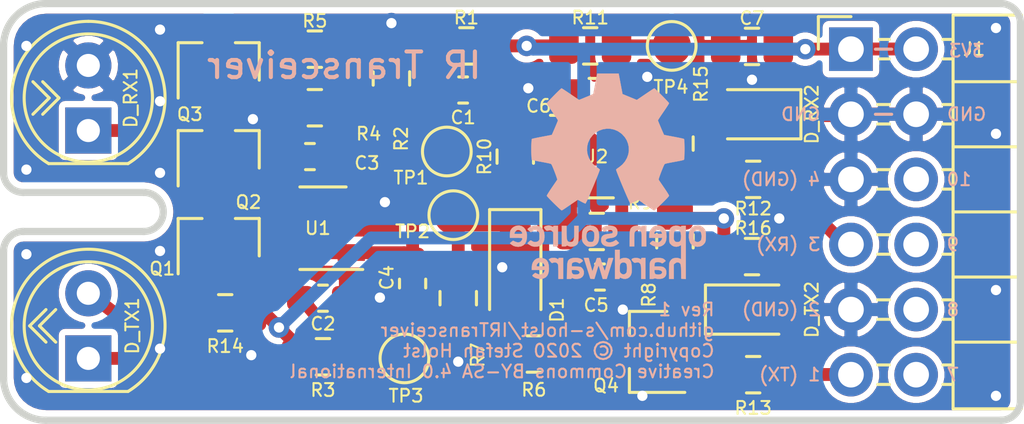
<source format=kicad_pcb>
(kicad_pcb (version 20171130) (host pcbnew "(5.1.5-0-10_14)")
  (layers (0 F.Cu signal hide) (31 B.Cu signal hide) (34 B.Paste user hide) (35 F.Paste user) (36 B.SilkS user hide) (37 F.SilkS user) (38 B.Mask user hide) (39 F.Mask user) (44 Edge.Cuts user))
  (net 0 "")
  (net 1 "Net-(C1-Pad2)")
  (net 2 GND)
  (net 3 "Net-(C2-Pad2)")
  (net 4 "Net-(C3-Pad1)")
  (net 5 "Net-(C3-Pad2)")
  (net 6 "Net-(C4-Pad1)")
  (net 7 "Net-(C5-Pad1)")
  (net 8 "Net-(C6-Pad2)")
  (net 9 +3V3)
  (net 10 /TX)
  (net 11 "Net-(J1-Pad8)")
  (net 12 /RX)
  (net 13 "Net-(Q1-Pad3)")
  (net 14 "Net-(Q2-Pad3)")
  (net 15 "Net-(Q3-Pad3)")
  (net 16 "Net-(Q4-Pad1)")
  (net 17 "Net-(R10-Pad2)")
  (net 18 "Net-(J1-Pad10)")
  (net 19 "Net-(J1-Pad12)")
  (net 20 "Net-(J1-Pad6)")
  (net 21 "Net-(D1-Pad1)")
  (net 22 "Net-(D_TX1-Pad2)")
  (net 23 "Net-(D_RX2-Pad2)")
  (net 24 "Net-(D_TX1-Pad1)")
  (net 25 "Net-(D_TX2-Pad2)")
  (module Symbol:OSHW-Logo_7.5x8mm_SilkScreen (layer B.Cu) (at 197.2945 86.36 180)
    (fp_text reference LOGO1 hide)
    (fp_text value Logo_Open_Hardware_Small hide)
  )
  (module LED_THT:LED_D5.0mm_IRGrey (layer F.Cu) (at 177.038 93.472 90)
    (fp_text reference D_TX1 (at 1.27 1.7145 90) (layer F.SilkS) (effects (font (size 0.5 0.5) (thickness 0.08))))
    (fp_text value SFH4550)
    (pad 2 thru_hole circle (at 2.54 0 90) (size 1.8 1.8) (drill 0.9) (layers *.Cu *.Mask) (net 22 "Net-(D_TX1-Pad2)"))
    (pad 1 thru_hole rect (at 0 0 90) (size 1.8 1.8) (drill 0.9) (layers *.Cu *.Mask) (net 24 "Net-(D_TX1-Pad1)"))
  )
  (module LED_THT:LED_D5.0mm_IRBlack (layer F.Cu) (at 177.038 84.582 90)
    (fp_text reference D_RX1 (at 1.27 1.651 90) (layer F.SilkS) (effects (font (size 0.5 0.5) (thickness 0.08))))
    (fp_text value SFH213FA)
    (pad 2 thru_hole circle (at 2.54 0 90) (size 1.8 1.8) (drill 0.9) (layers *.Cu *.Mask) (net 2 GND))
    (pad 1 thru_hole rect (at 0 0 90) (size 1.8 1.8) (drill 0.9) (layers *.Cu *.Mask) (net 5 "Net-(C3-Pad2)"))
  )
  (module Capacitor_SMD:C_0603_1608Metric_Pad1.05x0.95mm_HandSolder (layer F.Cu) (at 191.643 83 180)
    (fp_text reference C1 (at 0 -1.074) (layer F.SilkS) (effects (font (size 0.5 0.5) (thickness 0.08))))
    (fp_text value 100n)
    (pad 2 smd roundrect (at 0.875 0 180) (size 1.05 0.95) (layers F.Cu F.Paste F.Mask) (net 1 "Net-(C1-Pad2)"))
    (pad 1 smd roundrect (at -0.875 0 180) (size 1.05 0.95) (layers F.Cu F.Paste F.Mask) (net 2 GND))
  )
  (module Capacitor_SMD:C_0603_1608Metric_Pad1.05x0.95mm_HandSolder (layer F.Cu) (at 186.182 91.1225 180)
    (fp_text reference C2 (at 0 -1) (layer F.SilkS) (effects (font (size 0.5 0.5) (thickness 0.08))))
    (fp_text value 100n)
    (pad 2 smd roundrect (at 0.875 0 180) (size 1.05 0.95) (layers F.Cu F.Paste F.Mask) (net 3 "Net-(C2-Pad2)"))
    (pad 1 smd roundrect (at -0.875 0 180) (size 1.05 0.95) (layers F.Cu F.Paste F.Mask) (net 2 GND))
  )
  (module Capacitor_SMD:C_0603_1608Metric_Pad1.05x0.95mm_HandSolder (layer F.Cu) (at 185.674 85.598 180)
    (fp_text reference C3 (at -2.2225 -0.254) (layer F.SilkS) (effects (font (size 0.5 0.5) (thickness 0.08))))
    (fp_text value 2p2)
    (pad 1 smd roundrect (at -0.875 0 180) (size 1.05 0.95) (layers F.Cu F.Paste F.Mask) (net 4 "Net-(C3-Pad1)"))
    (pad 2 smd roundrect (at 0.875 0 180) (size 1.05 0.95) (layers F.Cu F.Paste F.Mask) (net 5 "Net-(C3-Pad2)"))
  )
  (module Capacitor_SMD:C_0603_1608Metric_Pad1.05x0.95mm_HandSolder (layer F.Cu) (at 189.6745 90.551 90)
    (fp_text reference C4 (at 0.23 -1.005 90) (layer F.SilkS) (effects (font (size 0.5 0.5) (thickness 0.08))))
    (fp_text value 100n)
    (pad 2 smd roundrect (at 0.875 0 90) (size 1.05 0.95) (layers F.Cu F.Paste F.Mask) (net 4 "Net-(C3-Pad1)"))
    (pad 1 smd roundrect (at -0.875 0 90) (size 1.05 0.95) (layers F.Cu F.Paste F.Mask) (net 6 "Net-(C4-Pad1)"))
  )
  (module Capacitor_SMD:C_0603_1608Metric_Pad1.05x0.95mm_HandSolder (layer F.Cu) (at 196.977 90.297 180)
    (fp_text reference C5 (at 0.15 -1.1) (layer F.SilkS) (effects (font (size 0.5 0.5) (thickness 0.08))))
    (fp_text value 100n)
    (pad 1 smd roundrect (at -0.875 0 180) (size 1.05 0.95) (layers F.Cu F.Paste F.Mask) (net 7 "Net-(C5-Pad1)"))
    (pad 2 smd roundrect (at 0.875 0 180) (size 1.05 0.95) (layers F.Cu F.Paste F.Mask) (net 2 GND))
  )
  (module Capacitor_SMD:C_0603_1608Metric_Pad1.05x0.95mm_HandSolder (layer F.Cu) (at 196.723 83.058)
    (fp_text reference C6 (at -2.136 0.566) (layer F.SilkS) (effects (font (size 0.5 0.5) (thickness 0.08))))
    (fp_text value 100n)
    (pad 1 smd roundrect (at -0.875 0) (size 1.05 0.95) (layers F.Cu F.Paste F.Mask) (net 2 GND))
    (pad 2 smd roundrect (at 0.875 0) (size 1.05 0.95) (layers F.Cu F.Paste F.Mask) (net 8 "Net-(C6-Pad2)"))
  )
  (module Capacitor_SMD:C_0805_2012Metric_Pad1.15x1.40mm_HandSolder (layer F.Cu) (at 202.9 81.3)
    (fp_text reference C7 (at 0 -1.0995) (layer F.SilkS) (effects (font (size 0.5 0.5) (thickness 0.08))))
    (fp_text value 10u)
    (pad 1 smd roundrect (at -1.025 0) (size 1.15 1.4) (layers F.Cu F.Paste F.Mask) (roundrect_rratio 0.217391) (net 2 GND))
    (pad 2 smd roundrect (at 1.025 0) (size 1.15 1.4) (layers F.Cu F.Paste F.Mask) (roundrect_rratio 0.217391) (net 9 +3V3))
  )
  (module Diode_SMD:D_SOD-123 (layer F.Cu) (at 193.675 89.916 270)
    (fp_text reference D1 (at 1.667 -1.626 90) (layer F.SilkS) (effects (font (size 0.5 0.5) (thickness 0.08))))
    (fp_text value MBR0520)
    (pad 1 smd rect (at -1.65 0 270) (size 0.9 1.2) (layers F.Cu F.Paste F.Mask) (net 21 "Net-(D1-Pad1)"))
    (pad 2 smd rect (at 1.65 0 270) (size 0.9 1.2) (layers F.Cu F.Paste F.Mask) (net 2 GND))
  )
  (module LED_SMD:LED_0805_2012Metric_Pad1.15x1.40mm_HandSolder (layer F.Cu) (at 202.946 83.947 180)
    (fp_text reference D_RX2 (at -2.286 0 90) (layer F.SilkS) (effects (font (size 0.5 0.5) (thickness 0.08))))
    (fp_text value "LED YELLOW")
    (pad 2 smd roundrect (at 1.025 0 180) (size 1.15 1.4) (layers F.Cu F.Paste F.Mask) (roundrect_rratio 0.217391) (net 23 "Net-(D_RX2-Pad2)"))
    (pad 1 smd roundrect (at -1.025 0 180) (size 1.15 1.4) (layers F.Cu F.Paste F.Mask) (roundrect_rratio 0.217391) (net 2 GND))
  )
  (module LED_SMD:LED_0805_2012Metric_Pad1.15x1.40mm_HandSolder (layer F.Cu) (at 202.946 91.567)
    (fp_text reference D_TX2 (at 2.286 0 270) (layer F.SilkS) (effects (font (size 0.5 0.5) (thickness 0.08))))
    (fp_text value "LED BL")
    (pad 1 smd roundrect (at -1.025 0) (size 1.15 1.4) (layers F.Cu F.Paste F.Mask) (roundrect_rratio 0.217391) (net 24 "Net-(D_TX1-Pad1)"))
    (pad 2 smd roundrect (at 1.025 0) (size 1.15 1.4) (layers F.Cu F.Paste F.Mask) (roundrect_rratio 0.217391) (net 25 "Net-(D_TX2-Pad2)"))
  )
  (module Connector_PinHeader_2.54mm:PinHeader_2x06_P2.54mm_Horizontal (layer F.Cu) (at 206.756 81.407)
    (fp_text reference J1 (at 4.8 0) (layer F.SilkS) (effects (font (size 0.5 0.5) (thickness 0.08))))
    (fp_text value Conn_02x06_Top_Bottom)
    (pad 1 thru_hole rect (at 0 0) (size 1.7 1.7) (drill 1) (layers *.Cu *.Mask) (net 9 +3V3))
    (pad 2 thru_hole oval (at 2.54 0) (size 1.7 1.7) (drill 1) (layers *.Cu *.Mask) (net 9 +3V3))
    (pad 3 thru_hole oval (at 0 2.54) (size 1.7 1.7) (drill 1) (layers *.Cu *.Mask) (net 2 GND))
    (pad 4 thru_hole oval (at 2.54 2.54) (size 1.7 1.7) (drill 1) (layers *.Cu *.Mask) (net 2 GND))
    (pad 5 thru_hole oval (at 0 5.08) (size 1.7 1.7) (drill 1) (layers *.Cu *.Mask) (net 2 GND))
    (pad 6 thru_hole oval (at 2.54 5.08) (size 1.7 1.7) (drill 1) (layers *.Cu *.Mask) (net 20 "Net-(J1-Pad6)"))
    (pad 7 thru_hole oval (at 0 7.62) (size 1.7 1.7) (drill 1) (layers *.Cu *.Mask) (net 12 /RX))
    (pad 8 thru_hole oval (at 2.54 7.62) (size 1.7 1.7) (drill 1) (layers *.Cu *.Mask) (net 11 "Net-(J1-Pad8)"))
    (pad 9 thru_hole oval (at 0 10.16) (size 1.7 1.7) (drill 1) (layers *.Cu *.Mask) (net 2 GND))
    (pad 10 thru_hole oval (at 2.54 10.16) (size 1.7 1.7) (drill 1) (layers *.Cu *.Mask) (net 18 "Net-(J1-Pad10)"))
    (pad 11 thru_hole oval (at 0 12.7) (size 1.7 1.7) (drill 1) (layers *.Cu *.Mask) (net 10 /TX))
    (pad 12 thru_hole oval (at 2.54 12.7) (size 1.7 1.7) (drill 1) (layers *.Cu *.Mask) (net 19 "Net-(J1-Pad12)"))
  )
  (module Package_TO_SOT_SMD:SOT-23 (layer F.Cu) (at 182.118 88.773 90)
    (fp_text reference Q1 (at -1.2 -2.2 180) (layer F.SilkS) (effects (font (size 0.5 0.5) (thickness 0.08))))
    (fp_text value MMBF4117)
    (pad 3 smd rect (at 1 0 90) (size 0.9 0.8) (layers F.Cu F.Paste F.Mask) (net 13 "Net-(Q1-Pad3)"))
    (pad 2 smd rect (at -1 0.95 90) (size 0.9 0.8) (layers F.Cu F.Paste F.Mask) (net 5 "Net-(C3-Pad2)"))
    (pad 1 smd rect (at -1 -0.95 90) (size 0.9 0.8) (layers F.Cu F.Paste F.Mask) (net 5 "Net-(C3-Pad2)"))
  )
  (module Package_TO_SOT_SMD:SOT-23 (layer F.Cu) (at 182.118 85.344 90)
    (fp_text reference Q2 (at -2.032 1.161 180) (layer F.SilkS) (effects (font (size 0.5 0.5) (thickness 0.08))))
    (fp_text value MMBF4117)
    (pad 1 smd rect (at -1 -0.95 90) (size 0.9 0.8) (layers F.Cu F.Paste F.Mask) (net 13 "Net-(Q1-Pad3)"))
    (pad 2 smd rect (at -1 0.95 90) (size 0.9 0.8) (layers F.Cu F.Paste F.Mask) (net 13 "Net-(Q1-Pad3)"))
    (pad 3 smd rect (at 1 0 90) (size 0.9 0.8) (layers F.Cu F.Paste F.Mask) (net 14 "Net-(Q2-Pad3)"))
  )
  (module Package_TO_SOT_SMD:SOT-23 (layer F.Cu) (at 182.118 81.915 90)
    (fp_text reference Q3 (at -2.032 -1.125 180) (layer F.SilkS) (effects (font (size 0.5 0.5) (thickness 0.08))))
    (fp_text value MMBF4117)
    (pad 3 smd rect (at 1 0 90) (size 0.9 0.8) (layers F.Cu F.Paste F.Mask) (net 15 "Net-(Q3-Pad3)"))
    (pad 2 smd rect (at -1 0.95 90) (size 0.9 0.8) (layers F.Cu F.Paste F.Mask) (net 14 "Net-(Q2-Pad3)"))
    (pad 1 smd rect (at -1 -0.95 90) (size 0.9 0.8) (layers F.Cu F.Paste F.Mask) (net 14 "Net-(Q2-Pad3)"))
  )
  (module Package_TO_SOT_SMD:SOT-23 (layer F.Cu) (at 198.882 93.218 180)
    (fp_text reference Q4 (at 1.669 -1.315) (layer F.SilkS) (effects (font (size 0.5 0.5) (thickness 0.08))))
    (fp_text value ZVN3306F)
    (pad 1 smd rect (at -1 -0.95 180) (size 0.9 0.8) (layers F.Cu F.Paste F.Mask) (net 16 "Net-(Q4-Pad1)"))
    (pad 2 smd rect (at -1 0.95 180) (size 0.9 0.8) (layers F.Cu F.Paste F.Mask) (net 2 GND))
    (pad 3 smd rect (at 1 0 180) (size 0.9 0.8) (layers F.Cu F.Paste F.Mask) (net 24 "Net-(D_TX1-Pad1)"))
  )
  (module Resistor_SMD:R_0805_2012Metric_Pad1.15x1.40mm_HandSolder (layer F.Cu) (at 191.77 81.28)
    (fp_text reference R1 (at 0 -1.1) (layer F.SilkS) (effects (font (size 0.5 0.5) (thickness 0.08))))
    (fp_text value 330k)
    (pad 1 smd roundrect (at -1.025 0) (size 1.15 1.4) (layers F.Cu F.Paste F.Mask) (roundrect_rratio 0.217391) (net 1 "Net-(C1-Pad2)"))
    (pad 2 smd roundrect (at 1.025 0) (size 1.15 1.4) (layers F.Cu F.Paste F.Mask) (roundrect_rratio 0.217391) (net 9 +3V3))
  )
  (module Resistor_SMD:R_0805_2012Metric_Pad1.15x1.40mm_HandSolder (layer F.Cu) (at 188.849 82.55 270)
    (fp_text reference R2 (at 2.355 -0.381 90) (layer F.SilkS) (effects (font (size 0.5 0.5) (thickness 0.08))))
    (fp_text value 22k)
    (pad 2 smd roundrect (at 1.025 0 270) (size 1.15 1.4) (layers F.Cu F.Paste F.Mask) (roundrect_rratio 0.217391) (net 1 "Net-(C1-Pad2)"))
    (pad 1 smd roundrect (at -1.025 0 270) (size 1.15 1.4) (layers F.Cu F.Paste F.Mask) (roundrect_rratio 0.217391) (net 2 GND))
  )
  (module Resistor_SMD:R_0805_2012Metric_Pad1.15x1.40mm_HandSolder (layer F.Cu) (at 186.182 93.4085 180)
    (fp_text reference R3 (at 0 -1.3) (layer F.SilkS) (effects (font (size 0.5 0.5) (thickness 0.08))))
    (fp_text value 10)
    (pad 2 smd roundrect (at 1.025 0 180) (size 1.15 1.4) (layers F.Cu F.Paste F.Mask) (roundrect_rratio 0.217391) (net 9 +3V3))
    (pad 1 smd roundrect (at -1.025 0 180) (size 1.15 1.4) (layers F.Cu F.Paste F.Mask) (roundrect_rratio 0.217391) (net 3 "Net-(C2-Pad2)"))
  )
  (module Resistor_SMD:R_0805_2012Metric_Pad1.15x1.40mm_HandSolder (layer F.Cu) (at 185.8645 83.693 180)
    (fp_text reference R4 (at -2.0955 -1.016) (layer F.SilkS) (effects (font (size 0.5 0.5) (thickness 0.08))))
    (fp_text value 1M)
    (pad 1 smd roundrect (at -1.025 0 180) (size 1.15 1.4) (layers F.Cu F.Paste F.Mask) (roundrect_rratio 0.217391) (net 4 "Net-(C3-Pad1)"))
    (pad 2 smd roundrect (at 1.025 0 180) (size 1.15 1.4) (layers F.Cu F.Paste F.Mask) (roundrect_rratio 0.217391) (net 5 "Net-(C3-Pad2)"))
  )
  (module Resistor_SMD:R_0805_2012Metric_Pad1.15x1.40mm_HandSolder (layer F.Cu) (at 185.8645 81.407 180)
    (fp_text reference R5 (at 0 1.1) (layer F.SilkS) (effects (font (size 0.5 0.5) (thickness 0.08))))
    (fp_text value 100)
    (pad 2 smd roundrect (at 1.025 0 180) (size 1.15 1.4) (layers F.Cu F.Paste F.Mask) (roundrect_rratio 0.217391) (net 15 "Net-(Q3-Pad3)"))
    (pad 1 smd roundrect (at -1.025 0 180) (size 1.15 1.4) (layers F.Cu F.Paste F.Mask) (roundrect_rratio 0.217391) (net 4 "Net-(C3-Pad1)"))
  )
  (module Resistor_SMD:R_0805_2012Metric_Pad1.15x1.40mm_HandSolder (layer F.Cu) (at 194.4 93.3 180)
    (fp_text reference R6 (at 0 -1.4) (layer F.SilkS) (effects (font (size 0.5 0.5) (thickness 0.08))))
    (fp_text value 5k6)
    (pad 1 smd roundrect (at -1.025 0 180) (size 1.15 1.4) (layers F.Cu F.Paste F.Mask) (roundrect_rratio 0.217391) (net 2 GND))
    (pad 2 smd roundrect (at 1.025 0 180) (size 1.15 1.4) (layers F.Cu F.Paste F.Mask) (roundrect_rratio 0.217391) (net 6 "Net-(C4-Pad1)"))
  )
  (module Resistor_SMD:R_0805_2012Metric_Pad1.15x1.40mm_HandSolder (layer F.Cu) (at 191.4525 91.1225 270)
    (fp_text reference R7 (at 2.2225 -0.762 90) (layer F.SilkS) (effects (font (size 0.5 0.5) (thickness 0.08))))
    (fp_text value 5k6)
    (pad 1 smd roundrect (at -1.025 0 270) (size 1.15 1.4) (layers F.Cu F.Paste F.Mask) (roundrect_rratio 0.217391) (net 21 "Net-(D1-Pad1)"))
    (pad 2 smd roundrect (at 1.025 0 270) (size 1.15 1.4) (layers F.Cu F.Paste F.Mask) (roundrect_rratio 0.217391) (net 6 "Net-(C4-Pad1)"))
  )
  (module Resistor_SMD:R_0805_2012Metric_Pad1.15x1.40mm_HandSolder (layer F.Cu) (at 199.898 88.9 90)
    (fp_text reference R8 (at -2.0955 -1.016 90) (layer F.SilkS) (effects (font (size 0.5 0.5) (thickness 0.08))))
    (fp_text value 680k)
    (pad 1 smd roundrect (at -1.025 0 90) (size 1.15 1.4) (layers F.Cu F.Paste F.Mask) (roundrect_rratio 0.217391) (net 7 "Net-(C5-Pad1)"))
    (pad 2 smd roundrect (at 1.025 0 90) (size 1.15 1.4) (layers F.Cu F.Paste F.Mask) (roundrect_rratio 0.217391) (net 9 +3V3))
  )
  (module Resistor_SMD:R_0805_2012Metric_Pad1.15x1.40mm_HandSolder (layer F.Cu) (at 196.85 88.519)
    (fp_text reference R9 (at 1.701 -1.124) (layer F.SilkS) (effects (font (size 0.5 0.5) (thickness 0.08))))
    (fp_text value 10k)
    (pad 2 smd roundrect (at 1.025 0) (size 1.15 1.4) (layers F.Cu F.Paste F.Mask) (roundrect_rratio 0.217391) (net 7 "Net-(C5-Pad1)"))
    (pad 1 smd roundrect (at -1.025 0) (size 1.15 1.4) (layers F.Cu F.Paste F.Mask) (roundrect_rratio 0.217391) (net 2 GND))
  )
  (module Resistor_SMD:R_0805_2012Metric_Pad1.15x1.40mm_HandSolder (layer F.Cu) (at 193.675 85.598 90)
    (fp_text reference R10 (at 0 -1.2 90) (layer F.SilkS) (effects (font (size 0.5 0.5) (thickness 0.08))))
    (fp_text value 680k)
    (pad 2 smd roundrect (at 1.025 0 90) (size 1.15 1.4) (layers F.Cu F.Paste F.Mask) (roundrect_rratio 0.217391) (net 17 "Net-(R10-Pad2)"))
    (pad 1 smd roundrect (at -1.025 0 90) (size 1.15 1.4) (layers F.Cu F.Paste F.Mask) (roundrect_rratio 0.217391) (net 21 "Net-(D1-Pad1)"))
  )
  (module Resistor_SMD:R_0805_2012Metric_Pad1.15x1.40mm_HandSolder (layer F.Cu) (at 196.596 81.28 180)
    (fp_text reference R11 (at 0 1.1) (layer F.SilkS) (effects (font (size 0.5 0.5) (thickness 0.08))))
    (fp_text value 10)
    (pad 2 smd roundrect (at 1.025 0 180) (size 1.15 1.4) (layers F.Cu F.Paste F.Mask) (roundrect_rratio 0.217391) (net 9 +3V3))
    (pad 1 smd roundrect (at -1.025 0 180) (size 1.15 1.4) (layers F.Cu F.Paste F.Mask) (roundrect_rratio 0.217391) (net 8 "Net-(C6-Pad2)"))
  )
  (module Resistor_SMD:R_0805_2012Metric_Pad1.15x1.40mm_HandSolder (layer F.Cu) (at 202.946 86.487)
    (fp_text reference R12 (at 0 1.143) (layer F.SilkS) (effects (font (size 0.5 0.5) (thickness 0.08))))
    (fp_text value 100)
    (pad 1 smd roundrect (at -1.025 0) (size 1.15 1.4) (layers F.Cu F.Paste F.Mask) (roundrect_rratio 0.217391) (net 17 "Net-(R10-Pad2)"))
    (pad 2 smd roundrect (at 1.025 0) (size 1.15 1.4) (layers F.Cu F.Paste F.Mask) (roundrect_rratio 0.217391) (net 12 /RX))
  )
  (module Resistor_SMD:R_0805_2012Metric_Pad1.15x1.40mm_HandSolder (layer F.Cu) (at 202.946 94.107 180)
    (fp_text reference R13 (at 0 -1.3) (layer F.SilkS) (effects (font (size 0.5 0.5) (thickness 0.08))))
    (fp_text value 100)
    (pad 1 smd roundrect (at -1.025 0 180) (size 1.15 1.4) (layers F.Cu F.Paste F.Mask) (roundrect_rratio 0.217391) (net 10 /TX))
    (pad 2 smd roundrect (at 1.025 0 180) (size 1.15 1.4) (layers F.Cu F.Paste F.Mask) (roundrect_rratio 0.217391) (net 16 "Net-(Q4-Pad1)"))
  )
  (module Resistor_SMD:R_0805_2012Metric_Pad1.15x1.40mm_HandSolder (layer F.Cu) (at 182.372 91.694)
    (fp_text reference R14 (at 0 1.3) (layer F.SilkS) (effects (font (size 0.5 0.5) (thickness 0.08))))
    (fp_text value 37)
    (pad 2 smd roundrect (at 1.025 0) (size 1.15 1.4) (layers F.Cu F.Paste F.Mask) (roundrect_rratio 0.217391) (net 9 +3V3))
    (pad 1 smd roundrect (at -1.025 0) (size 1.15 1.4) (layers F.Cu F.Paste F.Mask) (roundrect_rratio 0.217391) (net 22 "Net-(D_TX1-Pad2)"))
  )
  (module Resistor_SMD:R_0805_2012Metric_Pad1.15x1.40mm_HandSolder (layer F.Cu) (at 199.898 85.09 270)
    (fp_text reference R15 (at -2.323 -1.014 90) (layer F.SilkS) (effects (font (size 0.5 0.5) (thickness 0.08))))
    (fp_text value 2k2)
    (pad 1 smd roundrect (at -1.025 0 270) (size 1.15 1.4) (layers F.Cu F.Paste F.Mask) (roundrect_rratio 0.217391) (net 23 "Net-(D_RX2-Pad2)"))
    (pad 2 smd roundrect (at 1.025 0 270) (size 1.15 1.4) (layers F.Cu F.Paste F.Mask) (roundrect_rratio 0.217391) (net 17 "Net-(R10-Pad2)"))
  )
  (module Resistor_SMD:R_0805_2012Metric_Pad1.15x1.40mm_HandSolder (layer F.Cu) (at 202.9 89.5 180)
    (fp_text reference R16 (at -0.046 1.108) (layer F.SilkS) (effects (font (size 0.5 0.5) (thickness 0.08))))
    (fp_text value 2k2)
    (pad 2 smd roundrect (at 1.025 0 180) (size 1.15 1.4) (layers F.Cu F.Paste F.Mask) (roundrect_rratio 0.217391) (net 9 +3V3))
    (pad 1 smd roundrect (at -1.025 0 180) (size 1.15 1.4) (layers F.Cu F.Paste F.Mask) (roundrect_rratio 0.217391) (net 25 "Net-(D_TX2-Pad2)"))
  )
  (module TestPoint:TestPoint_Pad_D1.5mm (layer F.Cu) (at 189.357 93.472)
    (fp_text reference TP3 (at 0.0635 1.4605) (layer F.SilkS) (effects (font (size 0.5 0.5) (thickness 0.08))))
    (fp_text value TestPoint)
    (pad 1 smd circle (at 0 0) (size 1.5 1.5) (layers F.Cu F.Mask) (net 3 "Net-(C2-Pad2)"))
  )
  (module TestPoint:TestPoint_Pad_D1.5mm (layer F.Cu) (at 191.008 85.4)
    (fp_text reference TP1 (at -1.397 1.0235) (layer F.SilkS) (effects (font (size 0.5 0.5) (thickness 0.08))))
    (fp_text value TestPoint)
    (pad 1 smd circle (at 0 0) (size 1.5 1.5) (layers F.Cu F.Mask) (net 4 "Net-(C3-Pad1)"))
  )
  (module TestPoint:TestPoint_Pad_D1.5mm (layer F.Cu) (at 191.262 87.884)
    (fp_text reference TP2 (at -1.5875 0.635) (layer F.SilkS) (effects (font (size 0.5 0.5) (thickness 0.08))))
    (fp_text value TestPoint)
    (pad 1 smd circle (at 0 0) (size 1.5 1.5) (layers F.Cu F.Mask) (net 21 "Net-(D1-Pad1)"))
  )
  (module TestPoint:TestPoint_Pad_D1.5mm (layer F.Cu) (at 199.771 81.28)
    (fp_text reference TP4 (at -0.029 1.604) (layer F.SilkS) (effects (font (size 0.5 0.5) (thickness 0.08))))
    (fp_text value TestPoint)
    (pad 1 smd circle (at 0 0) (size 1.5 1.5) (layers F.Cu F.Mask) (net 8 "Net-(C6-Pad2)"))
  )
  (module Package_TO_SOT_SMD:SOT-23-5 (layer F.Cu) (at 186.182 88.392 180)
    (fp_text reference U1 (at 0.2 0) (layer F.SilkS) (effects (font (size 0.5 0.5) (thickness 0.08))))
    (fp_text value TSV911ILT)
    (pad 1 smd rect (at -1.1 -0.95 180) (size 1.06 0.65) (layers F.Cu F.Paste F.Mask) (net 4 "Net-(C3-Pad1)"))
    (pad 2 smd rect (at -1.1 0 180) (size 1.06 0.65) (layers F.Cu F.Paste F.Mask) (net 2 GND))
    (pad 3 smd rect (at -1.1 0.95 180) (size 1.06 0.65) (layers F.Cu F.Paste F.Mask) (net 1 "Net-(C1-Pad2)"))
    (pad 4 smd rect (at 1.1 0.95 180) (size 1.06 0.65) (layers F.Cu F.Paste F.Mask) (net 5 "Net-(C3-Pad2)"))
    (pad 5 smd rect (at 1.1 -0.95 180) (size 1.06 0.65) (layers F.Cu F.Paste F.Mask) (net 3 "Net-(C2-Pad2)"))
  )
  (module Package_TO_SOT_SMD:SOT-23-5 (layer F.Cu) (at 196.596 85.598)
    (fp_text reference U2 (at 0.2 0) (layer F.SilkS) (effects (font (size 0.5 0.5) (thickness 0.08))))
    (fp_text value TLV3201)
    (pad 5 smd rect (at 1.1 -0.95) (size 1.06 0.65) (layers F.Cu F.Paste F.Mask) (net 8 "Net-(C6-Pad2)"))
    (pad 4 smd rect (at 1.1 0.95) (size 1.06 0.65) (layers F.Cu F.Paste F.Mask) (net 7 "Net-(C5-Pad1)"))
    (pad 3 smd rect (at -1.1 0.95) (size 1.06 0.65) (layers F.Cu F.Paste F.Mask) (net 21 "Net-(D1-Pad1)"))
    (pad 2 smd rect (at -1.1 0) (size 1.06 0.65) (layers F.Cu F.Paste F.Mask) (net 2 GND))
    (pad 1 smd rect (at -1.1 -0.95) (size 1.06 0.65) (layers F.Cu F.Paste F.Mask) (net 17 "Net-(R10-Pad2)"))
  )
  (gr_text 10 (at 210.439 86.487) (layer B.SilkS) (effects (font (size 0.5 0.5) (thickness 0.08)) (justify right mirror)))
  (gr_text 9 (at 210.439 89.027) (layer B.SilkS) (effects (font (size 0.5 0.5) (thickness 0.08)) (justify right mirror)))
  (gr_text 8 (at 210.439 91.567) (layer B.SilkS) (effects (font (size 0.5 0.5) (thickness 0.08)) (justify right mirror)))
  (gr_text 7 (at 210.439 94.107) (layer B.SilkS) (effects (font (size 0.5 0.5) (thickness 0.08)) (justify right mirror)))
  (gr_text GND (at 205.613 83.947) (layer B.SilkS) (effects (font (size 0.5 0.5) (thickness 0.08)) (justify left mirror)))
  (gr_text "4 (GND)" (at 205.613 86.487) (layer B.SilkS) (effects (font (size 0.5 0.5) (thickness 0.08)) (justify left mirror)))
  (gr_text "3 (RX)" (at 205.613 89.027) (layer B.SilkS) (effects (font (size 0.5 0.5) (thickness 0.08)) (justify left mirror)))
  (gr_text "2 (GND)" (at 205.613 91.567) (layer B.SilkS) (effects (font (size 0.5 0.5) (thickness 0.08)) (justify left mirror)))
  (gr_text "1 (TX)" (at 205.613 94.107) (layer B.SilkS) (effects (font (size 0.5 0.5) (thickness 0.08)) (justify left mirror)))
  (gr_line (start 208.3435 83.947) (end 207.7085 83.947) (layer B.SilkS) (width 0.12))
  (gr_line (start 208.3435 81.407) (end 207.7085 81.407) (layer B.SilkS) (width 0.12))
  (gr_text GND (at 211.2645 83.947) (layer B.SilkS) (effects (font (size 0.5 0.5) (thickness 0.08)) (justify mirror)))
  (gr_text 3V3 (at 211.2645 81.4705) (layer B.SilkS) (effects (font (size 0.5 0.5) (thickness 0.08)) (justify mirror)))
  (gr_text "IR Transceiver" (at 187.0075 82.042) (layer B.SilkS) (effects (font (size 1 1) (thickness 0.16)) (justify mirror)))
  (gr_text "Rev 1\ngithub.com/s-holst/IRTransceiver\nCopyright © 2020 Stefan Holst\nCreative Commons BY-SA 4.0 International" (at 201.4855 92.7735) (layer B.SilkS) (effects (font (size 0.5 0.5) (thickness 0.08)) (justify left mirror)))
  (gr_line (start 174.879 83.947) (end 175.514 83.312) (layer F.SilkS) (width 0.12))
  (gr_line (start 175.514 83.312) (end 174.879 82.677) (layer F.SilkS) (width 0.12))
  (gr_line (start 175.895 83.312) (end 175.26 82.677) (layer F.SilkS) (width 0.12))
  (gr_line (start 175.26 83.947) (end 175.895 83.312) (layer F.SilkS) (width 0.12))
  (gr_line (start 175.133 92.202) (end 175.768 92.837) (layer F.SilkS) (width 0.12))
  (gr_line (start 175.768 91.567) (end 175.133 92.202) (layer F.SilkS) (width 0.12))
  (gr_line (start 174.752 92.202) (end 175.387 92.837) (layer F.SilkS) (width 0.12))
  (gr_line (start 175.387 91.567) (end 174.752 92.202) (layer F.SilkS) (width 0.12))
  (gr_arc (start 212.598 95.123) (end 212.598 95.885) (angle -90) (layer Edge.Cuts) (width 0.28))
  (gr_arc (start 212.598 80.391) (end 213.36 80.391) (angle -90) (layer Edge.Cuts) (width 0.28))
  (gr_line (start 173.736 94.234) (end 173.736 89.281) (layer Edge.Cuts) (width 0.28))
  (gr_arc (start 174.498 89.281) (end 174.498 88.519) (angle -90) (layer Edge.Cuts) (width 0.28))
  (gr_arc (start 174.498 86.233) (end 173.736 86.233) (angle -90) (layer Edge.Cuts) (width 0.28))
  (gr_arc (start 179.197 87.757) (end 179.197 88.519) (angle -180) (layer Edge.Cuts) (width 0.28))
  (gr_line (start 179.197 88.519) (end 174.498 88.519) (layer Edge.Cuts) (width 0.28))
  (gr_line (start 179.197 86.995) (end 174.498 86.995) (layer Edge.Cuts) (width 0.28))
  (gr_arc (start 175.387 81.28) (end 175.387 79.629) (angle -90) (layer Edge.Cuts) (width 0.28))
  (gr_arc (start 175.387 94.234) (end 173.736 94.234) (angle -90) (layer Edge.Cuts) (width 0.28))
  (gr_line (start 175.387 79.629) (end 212.598 79.629) (layer Edge.Cuts) (width 0.28))
  (gr_line (start 173.736 86.233) (end 173.736 81.28) (layer Edge.Cuts) (width 0.28))
  (gr_line (start 212.598 95.885) (end 175.387 95.885) (layer Edge.Cuts) (width 0.28))
  (gr_line (start 213.36 80.391) (end 213.36 95.123) (layer Edge.Cuts) (width 0.28))
  (segment (start 190.745 82.977) (end 190.768 83) (width 0.5) (layer F.Cu) (net 1))
  (segment (start 190.745 81.2) (end 190.745 82.977) (width 0.5) (layer F.Cu) (net 1))
  (segment (start 190.643 83.125) (end 190.768 83) (width 0.5) (layer F.Cu) (net 1))
  (segment (start 188.849 83.2485) (end 190.643 83.2485) (width 0.5) (layer F.Cu) (net 1))
  (segment (start 188.849 83.7) (end 187.579 84.97) (width 0.5) (layer F.Cu) (net 1))
  (segment (start 187.3 86.625) (end 187.3 87.45) (width 0.5) (layer F.Cu) (net 1))
  (segment (start 187.579 86.346) (end 187.3 86.625) (width 0.5) (layer F.Cu) (net 1))
  (segment (start 187.579 84.97) (end 187.579 86.346) (width 0.5) (layer F.Cu) (net 1))
  (segment (start 201.875 81.3) (end 201.875 81.95) (width 0.5) (layer F.Cu) (net 2))
  (segment (start 206.64 84) (end 206.7 83.94) (width 0.5) (layer F.Cu) (net 2))
  (segment (start 203.925 84) (end 206.64 84) (width 0.5) (layer F.Cu) (net 2))
  (segment (start 206.7 83.94) (end 209.24 83.94) (width 0.5) (layer F.Cu) (net 2))
  (segment (start 196.125 88.85) (end 195.775 88.5) (width 0.5) (layer F.Cu) (net 2))
  (segment (start 196.125 90.3) (end 196.125 88.85) (width 0.5) (layer F.Cu) (net 2))
  (via (at 197.866 91.567) (size 0.8) (drill 0.4) (layers F.Cu B.Cu) (net 2))
  (via (at 202.9 82.6) (size 0.8) (drill 0.4) (layers F.Cu B.Cu) (net 2))
  (segment (start 187.075 91.1) (end 188.4 91.1) (width 0.5) (layer F.Cu) (net 2))
  (segment (start 188.4 91.1) (end 188.4 91.1) (width 0.5) (layer F.Cu) (net 2))
  (via (at 188.4 91.1) (size 0.8) (drill 0.4) (layers F.Cu B.Cu) (net 2))
  (via (at 188.595 87.376) (size 0.8) (drill 0.4) (layers F.Cu B.Cu) (net 2))
  (via (at 194.183 82.931) (size 0.8) (drill 0.4) (layers F.Cu B.Cu) (net 2))
  (via (at 193.167 89.916) (size 0.8) (drill 0.4) (layers F.Cu B.Cu) (net 2))
  (via (at 203.962 88.011) (size 0.8) (drill 0.4) (layers F.Cu B.Cu) (net 2))
  (via (at 183.4515 84.1375) (size 0.8) (drill 0.4) (layers F.Cu B.Cu) (net 2))
  (via (at 198.628 94.9325) (size 0.8) (drill 0.4) (layers F.Cu B.Cu) (net 2))
  (via (at 179.832 89.281) (size 0.8) (drill 0.4) (layers F.Cu B.Cu) (net 2))
  (via (at 179.832 80.645) (size 0.8) (drill 0.4) (layers F.Cu B.Cu) (net 2))
  (via (at 183.388 93.345) (size 0.8) (drill 0.4) (layers F.Cu B.Cu) (net 2))
  (via (at 191.4525 93.599) (size 0.8) (drill 0.4) (layers F.Cu B.Cu) (net 2))
  (via (at 179.832 83.439) (size 0.8) (drill 0.4) (layers F.Cu B.Cu) (net 2))
  (via (at 179.832 86.233) (size 0.8) (drill 0.4) (layers F.Cu B.Cu) (net 2))
  (via (at 179.832 93.091) (size 0.8) (drill 0.4) (layers F.Cu B.Cu) (net 2))
  (via (at 198.8185 82.4865) (size 0.8) (drill 0.4) (layers F.Cu B.Cu) (net 2))
  (via (at 188.849 80.391) (size 0.8) (drill 0.4) (layers F.Cu B.Cu) (net 2))
  (via (at 174.625 86.106) (size 0.8) (drill 0.4) (layers F.Cu B.Cu) (net 2))
  (via (at 174.625 89.408) (size 0.8) (drill 0.4) (layers F.Cu B.Cu) (net 2))
  (via (at 174.625 81.28) (size 0.8) (drill 0.4) (layers F.Cu B.Cu) (net 2))
  (via (at 174.625 94.234) (size 0.8) (drill 0.4) (layers F.Cu B.Cu) (net 2))
  (via (at 212.4075 94.9325) (size 0.8) (drill 0.4) (layers F.Cu B.Cu) (net 2))
  (via (at 212.4075 80.5815) (size 0.8) (drill 0.4) (layers F.Cu B.Cu) (net 2))
  (via (at 212.4075 90.805) (size 0.8) (drill 0.4) (layers F.Cu B.Cu) (net 2))
  (via (at 212.4075 84.709) (size 0.8) (drill 0.4) (layers F.Cu B.Cu) (net 2))
  (segment (start 185.1 90.875) (end 185.325 91.1) (width 0.5) (layer F.Cu) (net 3))
  (segment (start 185.1 89.35) (end 185.1 90.875) (width 0.5) (layer F.Cu) (net 3))
  (segment (start 185.375 91.15) (end 185.325 91.1) (width 0.5) (layer F.Cu) (net 3))
  (segment (start 187.198 93.4) (end 189.073 93.4) (width 0.5) (layer F.Cu) (net 3))
  (segment (start 185.325 91.1) (end 187.207 93.4) (width 0.5) (layer F.Cu) (net 3))
  (segment (start 186.27 89.35) (end 186.2 89.28) (width 0.5) (layer F.Cu) (net 4))
  (segment (start 187.3 89.35) (end 186.27 89.35) (width 0.5) (layer F.Cu) (net 4))
  (segment (start 186.25 85.6) (end 186.775 85.6) (width 0.5) (layer F.Cu) (net 4))
  (segment (start 186.2 85.65) (end 186.25 85.6) (width 0.5) (layer F.Cu) (net 4))
  (segment (start 186.2 89.28) (end 186.2 85.65) (width 0.5) (layer F.Cu) (net 4))
  (segment (start 186.775 83.85) (end 186.925 83.7) (width 0.5) (layer F.Cu) (net 4))
  (segment (start 186.775 85.6) (end 186.775 83.85) (width 0.5) (layer F.Cu) (net 4))
  (segment (start 186.925 83.7) (end 186.925 81.4) (width 0.5) (layer F.Cu) (net 4))
  (segment (start 189.6745 86.6775) (end 191.008 85.4) (width 0.5) (layer F.Cu) (net 4))
  (segment (start 189.6745 89.676) (end 189.6745 86.6775) (width 0.5) (layer F.Cu) (net 4))
  (segment (start 189.3485 89.35) (end 189.6745 89.676) (width 0.5) (layer F.Cu) (net 4))
  (segment (start 187.3 89.35) (end 189.3485 89.35) (width 0.5) (layer F.Cu) (net 4))
  (segment (start 184.875 85.45) (end 185.025 85.6) (width 0.5) (layer F.Cu) (net 5))
  (segment (start 184.875 83.7) (end 184.875 85.45) (width 0.5) (layer F.Cu) (net 5))
  (segment (start 185.025 87.375) (end 185.1 87.45) (width 0.5) (layer F.Cu) (net 5))
  (segment (start 185.025 85.6) (end 185.025 87.375) (width 0.5) (layer F.Cu) (net 5))
  (segment (start 185.1 87.45) (end 183.05 89.773) (width 0.5) (layer F.Cu) (net 5))
  (segment (start 183.068 89.773) (end 181.168 89.773) (width 0.5) (layer F.Cu) (net 5))
  (segment (start 184.3 85.6) (end 184.825 85.6) (width 0.5) (layer F.Cu) (net 5))
  (segment (start 183.944001 85.244001) (end 184.3 85.6) (width 0.5) (layer F.Cu) (net 5))
  (segment (start 179.481001 85.244001) (end 183.944001 85.244001) (width 0.5) (layer F.Cu) (net 5))
  (segment (start 178.816 84.582) (end 179.481001 85.244001) (width 0.5) (layer F.Cu) (net 5))
  (segment (start 177.038 84.582) (end 178.816 84.582) (width 0.5) (layer F.Cu) (net 5))
  (segment (start 190.6675 91.3625) (end 191.4525 92.1475) (width 0.5) (layer F.Cu) (net 6))
  (segment (start 189.6745 91.3625) (end 190.6675 91.3625) (width 0.5) (layer F.Cu) (net 6))
  (segment (start 192.2225 92.1475) (end 193.375 93.3) (width 0.5) (layer F.Cu) (net 6))
  (segment (start 191.4525 92.1475) (end 192.2225 92.1475) (width 0.5) (layer F.Cu) (net 6))
  (segment (start 197.825 86.575) (end 197.8 86.55) (width 0.5) (layer F.Cu) (net 7))
  (segment (start 197.825 88.5) (end 197.825 86.575) (width 0.5) (layer F.Cu) (net 7))
  (segment (start 197.825 88.5) (end 197.825 89.15) (width 0.5) (layer F.Cu) (net 7))
  (segment (start 197.825 90.25) (end 197.875 90.3) (width 0.5) (layer F.Cu) (net 7))
  (segment (start 197.825 88.5) (end 197.825 90.25) (width 0.5) (layer F.Cu) (net 7))
  (segment (start 199.7065 90.1065) (end 198.0565 90.1065) (width 0.5) (layer F.Cu) (net 7))
  (segment (start 199.771 81.28) (end 197.621 81.28) (width 0.5) (layer F.Cu) (net 8))
  (segment (start 197.621 81.28) (end 197.621 83.035) (width 0.5) (layer F.Cu) (net 8))
  (segment (start 197.696 83.156) (end 197.598 83.058) (width 0.5) (layer F.Cu) (net 8))
  (segment (start 197.696 84.648) (end 197.696 83.156) (width 0.5) (layer F.Cu) (net 8))
  (via (at 184.4675 92.2655) (size 0.8) (drill 0.4) (layers F.Cu B.Cu) (net 9))
  (via (at 201.803 88.011) (size 0.8) (drill 0.4) (layers F.Cu B.Cu) (net 9))
  (segment (start 201.803 89.428) (end 201.875 89.5) (width 0.5) (layer F.Cu) (net 9))
  (segment (start 201.803 88.011) (end 201.803 89.428) (width 0.5) (layer F.Cu) (net 9))
  (segment (start 200.036 88.011) (end 199.9 87.875) (width 0.5) (layer F.Cu) (net 9))
  (segment (start 201.803 88.011) (end 200.036 88.011) (width 0.5) (layer F.Cu) (net 9))
  (segment (start 185.157 92.955) (end 184.4675 92.2655) (width 0.5) (layer F.Cu) (net 9))
  (segment (start 185.157 93.4085) (end 185.157 92.955) (width 0.5) (layer F.Cu) (net 9))
  (segment (start 183.896 91.694) (end 184.4675 92.2655) (width 0.5) (layer F.Cu) (net 9))
  (segment (start 183.397 91.694) (end 183.896 91.694) (width 0.5) (layer F.Cu) (net 9))
  (segment (start 204.978 81.407) (end 203.675 81.4) (width 0.5) (layer F.Cu) (net 9))
  (segment (start 206.7 81.4) (end 209.24 81.4) (width 0.5) (layer F.Cu) (net 9))
  (segment (start 204.978 81.407) (end 206.7 81.4) (width 0.5) (layer F.Cu) (net 9))
  (via (at 204.978 81.407) (size 0.8) (drill 0.4) (layers F.Cu B.Cu) (net 9))
  (segment (start 196.342 88.011) (end 195.58 88.773) (width 0.5) (layer B.Cu) (net 9))
  (segment (start 196.342 81.407) (end 196.342 88.011) (width 0.5) (layer B.Cu) (net 9))
  (segment (start 204.978 81.407) (end 196.342 81.407) (width 0.5) (layer B.Cu) (net 9))
  (segment (start 201.803 88.011) (end 196.342 88.011) (width 0.5) (layer B.Cu) (net 9))
  (segment (start 188.0625 88.773) (end 195.58 88.773) (width 0.5) (layer B.Cu) (net 9))
  (segment (start 184.531 92.202) (end 188.0625 88.773) (width 0.5) (layer B.Cu) (net 9))
  (segment (start 194.1195 81.28) (end 195.571 81.28) (width 0.5) (layer F.Cu) (net 9))
  (segment (start 194.1195 81.28) (end 194.3735 81.407) (width 0.5) (layer B.Cu) (net 9))
  (segment (start 194.3735 81.407) (end 196.342 81.407) (width 0.5) (layer B.Cu) (net 9))
  (via (at 194.1195 81.28) (size 0.8) (drill 0.4) (layers F.Cu B.Cu) (net 9))
  (segment (start 194.1195 81.28) (end 192.795 81.28) (width 0.5) (layer F.Cu) (net 9))
  (segment (start 206.7 94.1) (end 204.025 94.1) (width 0.5) (layer F.Cu) (net 10))
  (segment (start 206.511 89.027) (end 203.971 86.487) (width 0.5) (layer F.Cu) (net 12))
  (segment (start 206.756 89.027) (end 206.511 89.027) (width 0.5) (layer F.Cu) (net 12))
  (segment (start 182.068 86.344) (end 182.118 86.394) (width 0.5) (layer F.Cu) (net 13))
  (segment (start 182.118 86.823) (end 182.118 87.773) (width 0.5) (layer F.Cu) (net 13))
  (segment (start 182.118 86.394) (end 182.118 86.823) (width 0.5) (layer F.Cu) (net 13))
  (segment (start 181.168 86.344) (end 182.068 86.344) (width 0.5) (layer F.Cu) (net 13))
  (segment (start 183.068 86.344) (end 182.068 86.344) (width 0.5) (layer F.Cu) (net 13))
  (segment (start 182.118 84.344) (end 182.118 82.931) (width 0.5) (layer F.Cu) (net 14))
  (segment (start 182.134 82.915) (end 182.118 82.931) (width 0.5) (layer F.Cu) (net 14))
  (segment (start 183.068 82.915) (end 182.134 82.915) (width 0.5) (layer F.Cu) (net 14))
  (segment (start 181.168 82.915) (end 182.134 82.915) (width 0.5) (layer F.Cu) (net 14))
  (segment (start 184.375 80.9) (end 184.875 81.4) (width 0.5) (layer F.Cu) (net 15))
  (segment (start 182.1 80.9) (end 184.375 80.9) (width 0.5) (layer F.Cu) (net 15))
  (segment (start 201.86 94.168) (end 201.921 94.107) (width 0.5) (layer F.Cu) (net 16))
  (segment (start 199.882 94.168) (end 201.86 94.168) (width 0.5) (layer F.Cu) (net 16))
  (segment (start 193.675 84.65) (end 193.6 84.575) (width 0.5) (layer F.Cu) (net 17))
  (segment (start 195.6 84.65) (end 193.675 84.65) (width 0.5) (layer F.Cu) (net 17))
  (segment (start 196.38 84.65) (end 196.7 84.97) (width 0.5) (layer F.Cu) (net 17))
  (segment (start 195.6 84.65) (end 196.38 84.65) (width 0.5) (layer F.Cu) (net 17))
  (segment (start 196.7 84.97) (end 196.7 85.7) (width 0.5) (layer F.Cu) (net 17))
  (segment (start 196.7 85.7) (end 196.725 85.725) (width 0.25) (layer F.Cu) (net 17))
  (segment (start 198.875 85.7) (end 196.7 85.7) (width 0.5) (layer F.Cu) (net 17))
  (segment (start 199.2 86.025) (end 198.875 85.7) (width 0.5) (layer F.Cu) (net 17))
  (segment (start 199.898 86.115) (end 199.2 86.025) (width 0.5) (layer F.Cu) (net 17))
  (segment (start 201.549 86.115) (end 201.921 86.487) (width 0.5) (layer F.Cu) (net 17))
  (segment (start 199.898 86.115) (end 201.549 86.115) (width 0.5) (layer F.Cu) (net 17))
  (segment (start 193.75 86.548) (end 193.675 86.623) (width 0.5) (layer F.Cu) (net 21))
  (segment (start 195.496 86.548) (end 193.75 86.548) (width 0.5) (layer F.Cu) (net 21))
  (segment (start 193.675 86.623) (end 193.675 88.266) (width 0.5) (layer F.Cu) (net 21))
  (segment (start 191.644 88.266) (end 191.262 87.884) (width 0.5) (layer F.Cu) (net 21))
  (segment (start 193.675 88.266) (end 191.644 88.266) (width 0.5) (layer F.Cu) (net 21))
  (segment (start 191.4525 88.0745) (end 191.262 87.884) (width 0.5) (layer F.Cu) (net 21))
  (segment (start 191.4525 90.0975) (end 191.4525 88.0745) (width 0.5) (layer F.Cu) (net 21))
  (segment (start 178.054 91.694) (end 181.474 91.694) (width 0.5) (layer F.Cu) (net 22))
  (segment (start 177.038 90.932) (end 178.054 91.694) (width 0.5) (layer F.Cu) (net 22))
  (segment (start 200.016 83.947) (end 199.898 84.065) (width 0.5) (layer F.Cu) (net 23))
  (segment (start 201.921 83.947) (end 200.016 83.947) (width 0.5) (layer F.Cu) (net 23))
  (segment (start 200.97 93.218) (end 198.832 93.218) (width 0.5) (layer F.Cu) (net 24))
  (segment (start 201.921 92.267) (end 200.97 93.218) (width 0.5) (layer F.Cu) (net 24))
  (segment (start 198.832 93.218) (end 197.882 93.218) (width 0.5) (layer F.Cu) (net 24))
  (segment (start 201.921 91.567) (end 201.921 92.267) (width 0.5) (layer F.Cu) (net 24))
  (segment (start 197.327999 94.672001) (end 197.882 94.118) (width 0.5) (layer F.Cu) (net 24))
  (segment (start 179.638001 94.672001) (end 197.327999 94.672001) (width 0.5) (layer F.Cu) (net 24))
  (segment (start 197.882 94.118) (end 197.882 93.218) (width 0.5) (layer F.Cu) (net 24))
  (segment (start 178.438 93.472) (end 179.638001 94.672001) (width 0.5) (layer F.Cu) (net 24))
  (segment (start 177.038 93.472) (end 178.438 93.472) (width 0.5) (layer F.Cu) (net 24))
  (segment (start 203.925 89.5) (end 203.925 91.6) (width 0.5) (layer F.Cu) (net 25))
  (zone (net 2) (net_name GND) (layer F.Cu) (connect_pads (clearance 0.254)) (min_thickness 0.254) (fill yes (arc_segments 32) (thermal_gap 0.254) (thermal_bridge_width 0.508))
    (polygon (pts (xy 213.9 97) (xy 173.1 96.5) (xy 173.2 79) (xy 213.8 79)))
  )
  (zone (net 2) (net_name GND) (layer B.Cu) (connect_pads (clearance 0.254)) (min_thickness 0.254) (fill yes (arc_segments 32) (thermal_gap 0.254) (thermal_bridge_width 0.508))
    (polygon (pts (xy 214.4 97.3) (xy 172.6 97.1) (xy 172.8 78.5) (xy 214.2 78.5)))
  )
)
</source>
